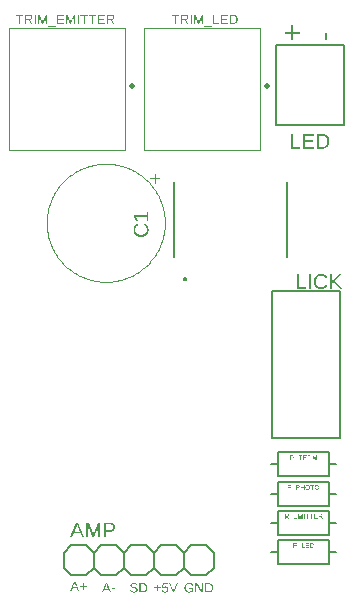
<source format=gbr>
G04 EAGLE Gerber RS-274X export*
G75*
%MOMM*%
%FSLAX34Y34*%
%LPD*%
%INSilkscreen Top*%
%IPPOS*%
%AMOC8*
5,1,8,0,0,1.08239X$1,22.5*%
G01*
G04 Define Apertures*
%ADD10C,0.152400*%
%ADD11C,0.500000*%
%ADD12C,0.120000*%
%ADD13C,0.127000*%
%ADD14C,0.200000*%
G36*
X280831Y528277D02*
X279040Y528277D01*
X279040Y533478D01*
X273789Y533478D01*
X273789Y535282D01*
X279040Y535282D01*
X279040Y540484D01*
X280831Y540484D01*
X280831Y535282D01*
X286082Y535282D01*
X286082Y533478D01*
X280831Y533478D01*
X280831Y528277D01*
G37*
G36*
X309268Y528166D02*
X307305Y528166D01*
X307305Y534300D01*
X309268Y534300D01*
X309268Y528166D01*
G37*
G36*
X93018Y61722D02*
X91909Y61722D01*
X95129Y69612D01*
X96344Y69612D01*
X99514Y61722D01*
X98422Y61722D01*
X97520Y64029D01*
X93925Y64029D01*
X93018Y61722D01*
G37*
%LPC*%
G36*
X97201Y64864D02*
X96187Y67468D01*
X96031Y67879D01*
X95874Y68341D01*
X95723Y68806D01*
X95672Y68649D01*
X95499Y68119D01*
X95258Y67456D01*
X94250Y64864D01*
X97201Y64864D01*
G37*
%LPD*%
G36*
X103269Y62730D02*
X102446Y62730D01*
X102446Y65127D01*
X100072Y65127D01*
X100072Y65944D01*
X102446Y65944D01*
X102446Y68341D01*
X103269Y68341D01*
X103269Y65944D01*
X105644Y65944D01*
X105644Y65127D01*
X103269Y65127D01*
X103269Y62730D01*
G37*
G36*
X119857Y60452D02*
X118748Y60452D01*
X121968Y68342D01*
X123183Y68342D01*
X126353Y60452D01*
X125261Y60452D01*
X124359Y62759D01*
X120764Y62759D01*
X119857Y60452D01*
G37*
%LPC*%
G36*
X124040Y63594D02*
X123027Y66198D01*
X122870Y66609D01*
X122713Y67071D01*
X122562Y67536D01*
X122511Y67379D01*
X122338Y66849D01*
X122097Y66186D01*
X121089Y63594D01*
X124040Y63594D01*
G37*
%LPD*%
G36*
X129660Y63050D02*
X126860Y63050D01*
X126860Y63946D01*
X129660Y63946D01*
X129660Y63050D01*
G37*
G36*
X153411Y60452D02*
X150460Y60452D01*
X150460Y68342D01*
X153070Y68342D01*
X153556Y68327D01*
X154015Y68280D01*
X154444Y68201D01*
X154845Y68091D01*
X155218Y67950D01*
X155562Y67777D01*
X155877Y67573D01*
X156164Y67337D01*
X156419Y67073D01*
X156640Y66782D01*
X156827Y66464D01*
X156980Y66120D01*
X157100Y65749D01*
X157185Y65352D01*
X157236Y64929D01*
X157253Y64478D01*
X157245Y64178D01*
X157223Y63887D01*
X157186Y63606D01*
X157134Y63334D01*
X157067Y63072D01*
X156985Y62819D01*
X156888Y62576D01*
X156777Y62342D01*
X156652Y62120D01*
X156514Y61911D01*
X156364Y61716D01*
X156201Y61533D01*
X156026Y61365D01*
X155839Y61210D01*
X155639Y61068D01*
X155427Y60939D01*
X155205Y60825D01*
X154974Y60726D01*
X154734Y60642D01*
X154486Y60574D01*
X154230Y60521D01*
X153966Y60482D01*
X153693Y60460D01*
X153411Y60452D01*
G37*
%LPC*%
G36*
X153288Y61309D02*
X153709Y61333D01*
X154103Y61404D01*
X154472Y61523D01*
X154814Y61690D01*
X155124Y61901D01*
X155396Y62154D01*
X155629Y62450D01*
X155825Y62787D01*
X155979Y63162D01*
X156089Y63568D01*
X156156Y64007D01*
X156178Y64478D01*
X156165Y64834D01*
X156127Y65168D01*
X156065Y65481D01*
X155977Y65771D01*
X155864Y66040D01*
X155726Y66287D01*
X155562Y66512D01*
X155374Y66716D01*
X155162Y66896D01*
X154927Y67052D01*
X154670Y67185D01*
X154390Y67293D01*
X154088Y67377D01*
X153764Y67437D01*
X153417Y67474D01*
X153047Y67486D01*
X151530Y67486D01*
X151530Y61309D01*
X153288Y61309D01*
G37*
%LPD*%
G36*
X145758Y60340D02*
X145407Y60348D01*
X145075Y60371D01*
X144762Y60411D01*
X144468Y60465D01*
X144192Y60536D01*
X143936Y60622D01*
X143699Y60724D01*
X143480Y60841D01*
X143281Y60974D01*
X143100Y61123D01*
X142939Y61288D01*
X142796Y61468D01*
X142672Y61663D01*
X142568Y61875D01*
X142482Y62102D01*
X142415Y62345D01*
X143451Y62552D01*
X143502Y62380D01*
X143566Y62220D01*
X143642Y62072D01*
X143731Y61935D01*
X143832Y61811D01*
X143947Y61698D01*
X144073Y61597D01*
X144213Y61508D01*
X144530Y61362D01*
X144900Y61258D01*
X145322Y61195D01*
X145797Y61174D01*
X146286Y61197D01*
X146715Y61263D01*
X146908Y61313D01*
X147085Y61374D01*
X147248Y61447D01*
X147396Y61530D01*
X147528Y61624D01*
X147642Y61729D01*
X147739Y61844D01*
X147818Y61969D01*
X147880Y62105D01*
X147924Y62251D01*
X147950Y62407D01*
X147959Y62574D01*
X147948Y62758D01*
X147915Y62924D01*
X147860Y63072D01*
X147783Y63202D01*
X147685Y63317D01*
X147570Y63421D01*
X147438Y63516D01*
X147287Y63599D01*
X146937Y63743D01*
X146525Y63862D01*
X145545Y64092D01*
X144723Y64299D01*
X144396Y64403D01*
X144126Y64506D01*
X143896Y64613D01*
X143692Y64725D01*
X143514Y64844D01*
X143361Y64968D01*
X143230Y65101D01*
X143114Y65245D01*
X143015Y65399D01*
X142933Y65565D01*
X142868Y65742D01*
X142822Y65932D01*
X142794Y66134D01*
X142785Y66349D01*
X142797Y66595D01*
X142833Y66827D01*
X142894Y67044D01*
X142978Y67246D01*
X143088Y67434D01*
X143221Y67608D01*
X143378Y67767D01*
X143560Y67911D01*
X143765Y68040D01*
X143990Y68151D01*
X144236Y68246D01*
X144503Y68323D01*
X144791Y68383D01*
X145100Y68426D01*
X145430Y68451D01*
X145781Y68460D01*
X146107Y68454D01*
X146413Y68434D01*
X146700Y68402D01*
X146966Y68357D01*
X147213Y68299D01*
X147441Y68228D01*
X147648Y68145D01*
X147836Y68048D01*
X148007Y67936D01*
X148165Y67806D01*
X148309Y67658D01*
X148441Y67492D01*
X148559Y67307D01*
X148663Y67105D01*
X148755Y66884D01*
X148833Y66646D01*
X147780Y66461D01*
X147673Y66753D01*
X147528Y67002D01*
X147343Y67208D01*
X147119Y67371D01*
X146852Y67494D01*
X146538Y67583D01*
X146177Y67636D01*
X145769Y67654D01*
X145324Y67634D01*
X144935Y67575D01*
X144602Y67477D01*
X144325Y67340D01*
X144208Y67257D01*
X144107Y67164D01*
X144021Y67061D01*
X143951Y66949D01*
X143896Y66828D01*
X143857Y66696D01*
X143834Y66555D01*
X143826Y66405D01*
X143838Y66231D01*
X143874Y66072D01*
X143935Y65930D01*
X144019Y65803D01*
X144127Y65688D01*
X144255Y65583D01*
X144405Y65487D01*
X144577Y65400D01*
X144804Y65312D01*
X145121Y65215D01*
X146027Y64994D01*
X146752Y64823D01*
X147106Y64728D01*
X147444Y64616D01*
X147764Y64485D01*
X148063Y64333D01*
X148332Y64152D01*
X148564Y63935D01*
X148753Y63679D01*
X148897Y63381D01*
X148950Y63214D01*
X148987Y63034D01*
X149010Y62839D01*
X149017Y62630D01*
X149004Y62365D01*
X148964Y62115D01*
X148897Y61881D01*
X148804Y61662D01*
X148684Y61458D01*
X148537Y61270D01*
X148364Y61097D01*
X148163Y60939D01*
X147939Y60799D01*
X147693Y60677D01*
X147425Y60574D01*
X147135Y60490D01*
X146824Y60424D01*
X146490Y60377D01*
X146135Y60349D01*
X145758Y60340D01*
G37*
G36*
X172142Y60340D02*
X171873Y60348D01*
X171617Y60370D01*
X171374Y60408D01*
X171145Y60460D01*
X170929Y60528D01*
X170727Y60611D01*
X170537Y60709D01*
X170361Y60822D01*
X170200Y60949D01*
X170054Y61089D01*
X169923Y61243D01*
X169808Y61411D01*
X169709Y61592D01*
X169625Y61787D01*
X169557Y61995D01*
X169504Y62216D01*
X170524Y62334D01*
X170619Y62059D01*
X170746Y61822D01*
X170904Y61620D01*
X171093Y61456D01*
X171314Y61328D01*
X171566Y61236D01*
X171850Y61181D01*
X172164Y61163D01*
X172362Y61171D01*
X172548Y61194D01*
X172724Y61232D01*
X172888Y61286D01*
X173042Y61355D01*
X173184Y61439D01*
X173315Y61538D01*
X173436Y61653D01*
X173543Y61781D01*
X173636Y61921D01*
X173715Y62072D01*
X173780Y62235D01*
X173830Y62409D01*
X173866Y62595D01*
X173888Y62792D01*
X173895Y63000D01*
X173888Y63182D01*
X173866Y63355D01*
X173830Y63518D01*
X173779Y63673D01*
X173714Y63819D01*
X173635Y63957D01*
X173541Y64085D01*
X173433Y64204D01*
X173312Y64312D01*
X173182Y64405D01*
X173041Y64484D01*
X172890Y64548D01*
X172730Y64599D01*
X172559Y64634D01*
X172378Y64656D01*
X172187Y64663D01*
X171986Y64655D01*
X171792Y64631D01*
X171605Y64591D01*
X171425Y64534D01*
X171249Y64459D01*
X171072Y64361D01*
X170896Y64240D01*
X170720Y64098D01*
X169734Y64098D01*
X169997Y68342D01*
X174483Y68342D01*
X174483Y67486D01*
X170916Y67486D01*
X170764Y64982D01*
X170933Y65101D01*
X171112Y65203D01*
X171301Y65290D01*
X171499Y65360D01*
X171708Y65416D01*
X171927Y65455D01*
X172155Y65479D01*
X172394Y65486D01*
X172678Y65476D01*
X172947Y65444D01*
X173201Y65390D01*
X173440Y65316D01*
X173665Y65220D01*
X173875Y65102D01*
X174070Y64963D01*
X174250Y64803D01*
X174412Y64626D01*
X174553Y64436D01*
X174672Y64233D01*
X174769Y64016D01*
X174845Y63787D01*
X174899Y63545D01*
X174931Y63290D01*
X174942Y63022D01*
X174930Y62719D01*
X174896Y62431D01*
X174838Y62161D01*
X174756Y61907D01*
X174652Y61669D01*
X174525Y61448D01*
X174374Y61244D01*
X174200Y61057D01*
X174006Y60889D01*
X173793Y60743D01*
X173563Y60620D01*
X173315Y60519D01*
X173048Y60441D01*
X172764Y60385D01*
X172462Y60351D01*
X172142Y60340D01*
G37*
G36*
X179799Y60452D02*
X178691Y60452D01*
X175471Y68342D01*
X176596Y68342D01*
X178780Y62787D01*
X179251Y61393D01*
X179721Y62787D01*
X181894Y68342D01*
X183019Y68342D01*
X179799Y60452D01*
G37*
G36*
X166115Y61460D02*
X165292Y61460D01*
X165292Y63857D01*
X162918Y63857D01*
X162918Y64674D01*
X165292Y64674D01*
X165292Y67071D01*
X166115Y67071D01*
X166115Y64674D01*
X168490Y64674D01*
X168490Y63857D01*
X166115Y63857D01*
X166115Y61460D01*
G37*
G36*
X208997Y60452D02*
X206046Y60452D01*
X206046Y68342D01*
X208655Y68342D01*
X209142Y68327D01*
X209601Y68280D01*
X210030Y68201D01*
X210431Y68091D01*
X210804Y67950D01*
X211148Y67777D01*
X211463Y67573D01*
X211749Y67337D01*
X212005Y67073D01*
X212226Y66782D01*
X212413Y66464D01*
X212566Y66120D01*
X212685Y65749D01*
X212771Y65352D01*
X212822Y64929D01*
X212839Y64478D01*
X212831Y64178D01*
X212809Y63887D01*
X212772Y63606D01*
X212720Y63334D01*
X212653Y63072D01*
X212571Y62819D01*
X212474Y62576D01*
X212363Y62342D01*
X212237Y62120D01*
X212100Y61911D01*
X211950Y61716D01*
X211787Y61533D01*
X211612Y61365D01*
X211425Y61210D01*
X211225Y61068D01*
X211013Y60939D01*
X210790Y60825D01*
X210559Y60726D01*
X210320Y60642D01*
X210072Y60574D01*
X209816Y60521D01*
X209551Y60482D01*
X209278Y60460D01*
X208997Y60452D01*
G37*
%LPC*%
G36*
X208874Y61309D02*
X209295Y61333D01*
X209689Y61404D01*
X210058Y61523D01*
X210400Y61690D01*
X210710Y61901D01*
X210982Y62154D01*
X211215Y62450D01*
X211411Y62787D01*
X211565Y63162D01*
X211675Y63568D01*
X211741Y64007D01*
X211763Y64478D01*
X211751Y64834D01*
X211713Y65168D01*
X211650Y65481D01*
X211563Y65771D01*
X211450Y66040D01*
X211311Y66287D01*
X211148Y66512D01*
X210960Y66716D01*
X210748Y66896D01*
X210513Y67052D01*
X210256Y67185D01*
X209976Y67293D01*
X209674Y67377D01*
X209350Y67437D01*
X209003Y67474D01*
X208633Y67486D01*
X207115Y67486D01*
X207115Y61309D01*
X208874Y61309D01*
G37*
%LPD*%
G36*
X198717Y60452D02*
X197765Y60452D01*
X197765Y68342D01*
X199008Y68342D01*
X203275Y61578D01*
X203225Y62524D01*
X203208Y63168D01*
X203208Y68342D01*
X204171Y68342D01*
X204171Y60452D01*
X202883Y60452D01*
X198661Y67172D01*
X198689Y66629D01*
X198717Y65694D01*
X198717Y60452D01*
G37*
G36*
X192470Y60340D02*
X192166Y60348D01*
X191873Y60371D01*
X191590Y60409D01*
X191318Y60463D01*
X191057Y60532D01*
X190806Y60617D01*
X190566Y60717D01*
X190337Y60833D01*
X190119Y60963D01*
X189915Y61106D01*
X189724Y61263D01*
X189546Y61434D01*
X189382Y61618D01*
X189231Y61816D01*
X189092Y62027D01*
X188968Y62252D01*
X188857Y62489D01*
X188761Y62736D01*
X188679Y62994D01*
X188613Y63261D01*
X188561Y63539D01*
X188524Y63827D01*
X188502Y64125D01*
X188494Y64434D01*
X188510Y64900D01*
X188559Y65340D01*
X188639Y65752D01*
X188752Y66137D01*
X188897Y66496D01*
X189074Y66827D01*
X189283Y67130D01*
X189525Y67407D01*
X189795Y67654D01*
X190092Y67868D01*
X190415Y68049D01*
X190764Y68197D01*
X191139Y68312D01*
X191540Y68394D01*
X191967Y68444D01*
X192420Y68460D01*
X192740Y68453D01*
X193044Y68432D01*
X193333Y68398D01*
X193607Y68349D01*
X193865Y68287D01*
X194108Y68211D01*
X194336Y68121D01*
X194548Y68018D01*
X194747Y67899D01*
X194933Y67763D01*
X195108Y67611D01*
X195272Y67442D01*
X195423Y67257D01*
X195563Y67055D01*
X195691Y66836D01*
X195808Y66601D01*
X194789Y66298D01*
X194605Y66612D01*
X194389Y66879D01*
X194141Y67102D01*
X193862Y67278D01*
X193549Y67413D01*
X193199Y67509D01*
X192814Y67567D01*
X192392Y67586D01*
X192060Y67573D01*
X191749Y67535D01*
X191458Y67470D01*
X191187Y67380D01*
X190936Y67264D01*
X190705Y67122D01*
X190494Y66954D01*
X190303Y66760D01*
X190134Y66543D01*
X189987Y66305D01*
X189863Y66046D01*
X189761Y65766D01*
X189682Y65464D01*
X189626Y65142D01*
X189592Y64798D01*
X189581Y64434D01*
X189593Y64070D01*
X189629Y63725D01*
X189689Y63401D01*
X189773Y63096D01*
X189880Y62811D01*
X190012Y62545D01*
X190168Y62299D01*
X190348Y62073D01*
X190549Y61870D01*
X190768Y61695D01*
X191006Y61546D01*
X191262Y61424D01*
X191537Y61330D01*
X191830Y61262D01*
X192141Y61222D01*
X192470Y61208D01*
X192850Y61223D01*
X193217Y61267D01*
X193571Y61340D01*
X193912Y61443D01*
X194231Y61571D01*
X194518Y61720D01*
X194773Y61890D01*
X194996Y62082D01*
X194996Y63504D01*
X192638Y63504D01*
X192638Y64400D01*
X195982Y64400D01*
X195982Y61678D01*
X195650Y61377D01*
X195284Y61112D01*
X194882Y60883D01*
X194444Y60690D01*
X193980Y60537D01*
X193496Y60428D01*
X192993Y60362D01*
X192470Y60340D01*
G37*
G36*
X305218Y436220D02*
X300602Y436220D01*
X300602Y448561D01*
X304684Y448561D01*
X305070Y448555D01*
X305445Y448536D01*
X305809Y448506D01*
X306162Y448463D01*
X306504Y448407D01*
X306834Y448340D01*
X307153Y448260D01*
X307461Y448168D01*
X307758Y448063D01*
X308044Y447947D01*
X308318Y447818D01*
X308582Y447676D01*
X308834Y447523D01*
X309075Y447357D01*
X309304Y447179D01*
X309523Y446989D01*
X309729Y446787D01*
X309922Y446575D01*
X310102Y446352D01*
X310268Y446120D01*
X310421Y445876D01*
X310561Y445623D01*
X310688Y445359D01*
X310801Y445085D01*
X310900Y444800D01*
X310987Y444505D01*
X311060Y444200D01*
X311120Y443884D01*
X311167Y443558D01*
X311200Y443221D01*
X311220Y442875D01*
X311227Y442517D01*
X311215Y442048D01*
X311180Y441593D01*
X311122Y441152D01*
X311040Y440727D01*
X310936Y440317D01*
X310808Y439922D01*
X310657Y439541D01*
X310482Y439176D01*
X310286Y438828D01*
X310071Y438502D01*
X309836Y438196D01*
X309582Y437911D01*
X309309Y437648D01*
X309016Y437405D01*
X308703Y437183D01*
X308371Y436982D01*
X308023Y436803D01*
X307662Y436649D01*
X307287Y436518D01*
X306900Y436410D01*
X306499Y436327D01*
X306085Y436268D01*
X305658Y436232D01*
X305218Y436220D01*
G37*
%LPC*%
G36*
X305025Y437560D02*
X305360Y437569D01*
X305684Y437597D01*
X305997Y437644D01*
X306301Y437709D01*
X306594Y437793D01*
X306877Y437895D01*
X307150Y438016D01*
X307412Y438156D01*
X307662Y438313D01*
X307897Y438486D01*
X308117Y438676D01*
X308322Y438883D01*
X308512Y439105D01*
X308687Y439345D01*
X308848Y439600D01*
X308993Y439872D01*
X309122Y440159D01*
X309234Y440458D01*
X309329Y440770D01*
X309407Y441094D01*
X309467Y441431D01*
X309510Y441781D01*
X309536Y442143D01*
X309545Y442517D01*
X309525Y443074D01*
X309466Y443597D01*
X309368Y444085D01*
X309231Y444540D01*
X309054Y444960D01*
X308838Y445346D01*
X308583Y445698D01*
X308288Y446016D01*
X307956Y446299D01*
X307589Y446543D01*
X307187Y446750D01*
X306750Y446920D01*
X306277Y447051D01*
X305770Y447145D01*
X305227Y447202D01*
X304649Y447221D01*
X302275Y447221D01*
X302275Y437560D01*
X305025Y437560D01*
G37*
%LPD*%
G36*
X298356Y436220D02*
X288634Y436220D01*
X288634Y448561D01*
X297997Y448561D01*
X297997Y447194D01*
X290307Y447194D01*
X290307Y443236D01*
X297471Y443236D01*
X297471Y441887D01*
X290307Y441887D01*
X290307Y437586D01*
X298356Y437586D01*
X298356Y436220D01*
G37*
G36*
X286574Y436220D02*
X278665Y436220D01*
X278665Y448561D01*
X280338Y448561D01*
X280338Y437586D01*
X286574Y437586D01*
X286574Y436220D01*
G37*
G36*
X313372Y317500D02*
X311699Y317500D01*
X311699Y329841D01*
X313372Y329841D01*
X313372Y323657D01*
X319319Y329841D01*
X321290Y329841D01*
X316035Y324481D01*
X321991Y317500D01*
X319915Y317500D01*
X314984Y323456D01*
X313372Y322230D01*
X313372Y317500D01*
G37*
G36*
X304187Y317325D02*
X303729Y317337D01*
X303286Y317373D01*
X302859Y317434D01*
X302448Y317519D01*
X302052Y317628D01*
X301672Y317761D01*
X301308Y317918D01*
X300960Y318100D01*
X300629Y318304D01*
X300319Y318529D01*
X300029Y318775D01*
X299760Y319042D01*
X299511Y319329D01*
X299281Y319637D01*
X299073Y319966D01*
X298884Y320316D01*
X298717Y320684D01*
X298572Y321069D01*
X298449Y321471D01*
X298349Y321889D01*
X298271Y322324D01*
X298215Y322775D01*
X298181Y323243D01*
X298170Y323727D01*
X298176Y324091D01*
X298195Y324445D01*
X298226Y324789D01*
X298270Y325123D01*
X298326Y325447D01*
X298394Y325761D01*
X298475Y326065D01*
X298569Y326359D01*
X298675Y326643D01*
X298793Y326917D01*
X299067Y327435D01*
X299391Y327914D01*
X299764Y328352D01*
X300182Y328744D01*
X300638Y329084D01*
X300880Y329234D01*
X301132Y329371D01*
X301394Y329495D01*
X301665Y329606D01*
X301946Y329705D01*
X302236Y329789D01*
X302536Y329861D01*
X302845Y329920D01*
X303164Y329966D01*
X303493Y329999D01*
X303831Y330018D01*
X304179Y330025D01*
X304661Y330013D01*
X305123Y329977D01*
X305565Y329916D01*
X305987Y329832D01*
X306389Y329724D01*
X306770Y329591D01*
X307131Y329435D01*
X307472Y329254D01*
X307791Y329050D01*
X308089Y328822D01*
X308365Y328571D01*
X308619Y328297D01*
X308851Y328000D01*
X309061Y327679D01*
X309250Y327335D01*
X309416Y326968D01*
X307831Y326442D01*
X307715Y326704D01*
X307584Y326949D01*
X307436Y327179D01*
X307271Y327393D01*
X307091Y327591D01*
X306894Y327773D01*
X306681Y327939D01*
X306451Y328089D01*
X306208Y328223D01*
X305954Y328338D01*
X305689Y328436D01*
X305412Y328516D01*
X305125Y328578D01*
X304826Y328623D01*
X304517Y328649D01*
X304196Y328658D01*
X303698Y328638D01*
X303228Y328576D01*
X302787Y328473D01*
X302374Y328329D01*
X301990Y328143D01*
X301634Y327917D01*
X301307Y327649D01*
X301008Y327340D01*
X300741Y326995D01*
X300510Y326620D01*
X300314Y326214D01*
X300154Y325778D01*
X300029Y325311D01*
X299940Y324814D01*
X299887Y324286D01*
X299869Y323727D01*
X299888Y323174D01*
X299944Y322649D01*
X300036Y322151D01*
X300166Y321681D01*
X300333Y321239D01*
X300537Y320825D01*
X300778Y320438D01*
X301056Y320079D01*
X301366Y319756D01*
X301702Y319476D01*
X302064Y319239D01*
X302452Y319045D01*
X302866Y318894D01*
X303307Y318786D01*
X303773Y318721D01*
X304266Y318700D01*
X304585Y318710D01*
X304894Y318740D01*
X305193Y318790D01*
X305482Y318860D01*
X305761Y318951D01*
X306029Y319061D01*
X306288Y319191D01*
X306537Y319341D01*
X306775Y319512D01*
X307004Y319702D01*
X307222Y319913D01*
X307431Y320143D01*
X307629Y320394D01*
X307817Y320665D01*
X307996Y320955D01*
X308164Y321266D01*
X309530Y320583D01*
X309330Y320196D01*
X309110Y319834D01*
X308872Y319495D01*
X308614Y319179D01*
X308336Y318888D01*
X308040Y318621D01*
X307724Y318377D01*
X307389Y318157D01*
X307037Y317962D01*
X306671Y317793D01*
X306292Y317650D01*
X305898Y317533D01*
X305491Y317442D01*
X305071Y317377D01*
X304636Y317338D01*
X304187Y317325D01*
G37*
G36*
X291702Y317500D02*
X283793Y317500D01*
X283793Y329841D01*
X285466Y329841D01*
X285466Y318866D01*
X291702Y318866D01*
X291702Y317500D01*
G37*
G36*
X295619Y317500D02*
X293946Y317500D01*
X293946Y329841D01*
X295619Y329841D01*
X295619Y317500D01*
G37*
G36*
X121842Y107063D02*
X120169Y107063D01*
X120169Y119404D01*
X125363Y119404D01*
X125867Y119389D01*
X126343Y119343D01*
X126788Y119267D01*
X127205Y119161D01*
X127592Y119024D01*
X127950Y118857D01*
X128278Y118659D01*
X128578Y118432D01*
X128844Y118176D01*
X129076Y117896D01*
X129271Y117590D01*
X129432Y117260D01*
X129556Y116905D01*
X129645Y116525D01*
X129698Y116120D01*
X129716Y115690D01*
X129698Y115263D01*
X129645Y114859D01*
X129555Y114477D01*
X129430Y114118D01*
X129270Y113781D01*
X129073Y113467D01*
X128841Y113174D01*
X128573Y112905D01*
X128275Y112663D01*
X127951Y112453D01*
X127601Y112275D01*
X127225Y112130D01*
X126825Y112017D01*
X126398Y111936D01*
X125946Y111888D01*
X125468Y111871D01*
X121842Y111871D01*
X121842Y107063D01*
G37*
%LPC*%
G36*
X125232Y113194D02*
X125571Y113204D01*
X125889Y113233D01*
X126184Y113281D01*
X126458Y113349D01*
X126710Y113436D01*
X126940Y113542D01*
X127148Y113668D01*
X127334Y113814D01*
X127498Y113978D01*
X127640Y114162D01*
X127761Y114365D01*
X127859Y114588D01*
X127936Y114830D01*
X127991Y115092D01*
X128024Y115372D01*
X128035Y115673D01*
X128023Y115962D01*
X127990Y116233D01*
X127934Y116485D01*
X127855Y116719D01*
X127754Y116934D01*
X127631Y117130D01*
X127485Y117307D01*
X127316Y117466D01*
X127126Y117606D01*
X126912Y117727D01*
X126677Y117830D01*
X126419Y117914D01*
X126138Y117980D01*
X125835Y118026D01*
X125510Y118054D01*
X125162Y118064D01*
X121842Y118064D01*
X121842Y113194D01*
X125232Y113194D01*
G37*
%LPD*%
G36*
X106721Y107063D02*
X105232Y107063D01*
X105232Y119404D01*
X107430Y119404D01*
X110715Y110847D01*
X110887Y110311D01*
X111052Y109739D01*
X111267Y108885D01*
X111375Y109326D01*
X111560Y109949D01*
X111747Y110530D01*
X111862Y110847D01*
X115085Y119404D01*
X117231Y119404D01*
X117231Y107063D01*
X115725Y107063D01*
X115725Y115296D01*
X115744Y116636D01*
X115803Y117924D01*
X115396Y116527D01*
X115209Y115956D01*
X115033Y115471D01*
X111845Y107063D01*
X110671Y107063D01*
X107439Y115471D01*
X106949Y116960D01*
X106660Y117924D01*
X106686Y116951D01*
X106721Y115296D01*
X106721Y107063D01*
G37*
G36*
X93592Y107063D02*
X91858Y107063D01*
X96894Y119404D01*
X98795Y119404D01*
X103752Y107063D01*
X102044Y107063D01*
X100634Y110671D01*
X95011Y110671D01*
X93592Y107063D01*
G37*
%LPC*%
G36*
X100135Y111976D02*
X98550Y116049D01*
X98304Y116693D01*
X98059Y117416D01*
X97823Y118142D01*
X97744Y117897D01*
X97472Y117067D01*
X97096Y116032D01*
X95519Y111976D01*
X100135Y111976D01*
G37*
%LPD*%
G36*
X229781Y541782D02*
X226830Y541782D01*
X226830Y549672D01*
X229439Y549672D01*
X229926Y549657D01*
X230385Y549610D01*
X230814Y549531D01*
X231215Y549421D01*
X231588Y549280D01*
X231932Y549107D01*
X232247Y548903D01*
X232533Y548667D01*
X232789Y548403D01*
X233010Y548112D01*
X233197Y547794D01*
X233350Y547450D01*
X233469Y547079D01*
X233555Y546682D01*
X233606Y546259D01*
X233623Y545808D01*
X233615Y545508D01*
X233593Y545217D01*
X233556Y544936D01*
X233504Y544664D01*
X233437Y544402D01*
X233355Y544149D01*
X233258Y543906D01*
X233147Y543672D01*
X233021Y543450D01*
X232884Y543241D01*
X232734Y543046D01*
X232571Y542863D01*
X232396Y542695D01*
X232209Y542540D01*
X232009Y542398D01*
X231797Y542269D01*
X231574Y542155D01*
X231343Y542056D01*
X231104Y541972D01*
X230856Y541904D01*
X230600Y541851D01*
X230335Y541812D01*
X230062Y541790D01*
X229781Y541782D01*
G37*
%LPC*%
G36*
X229658Y542639D02*
X230079Y542663D01*
X230473Y542734D01*
X230842Y542853D01*
X231184Y543020D01*
X231494Y543231D01*
X231766Y543484D01*
X231999Y543780D01*
X232195Y544117D01*
X232349Y544492D01*
X232459Y544898D01*
X232525Y545337D01*
X232547Y545808D01*
X232535Y546164D01*
X232497Y546498D01*
X232434Y546811D01*
X232347Y547101D01*
X232234Y547370D01*
X232095Y547617D01*
X231932Y547842D01*
X231744Y548046D01*
X231532Y548226D01*
X231297Y548382D01*
X231040Y548515D01*
X230760Y548623D01*
X230458Y548707D01*
X230134Y548767D01*
X229787Y548804D01*
X229417Y548816D01*
X227899Y548816D01*
X227899Y542639D01*
X229658Y542639D01*
G37*
%LPD*%
G36*
X186493Y541782D02*
X185424Y541782D01*
X185424Y549672D01*
X189136Y549672D01*
X189460Y549663D01*
X189765Y549635D01*
X190051Y549588D01*
X190317Y549523D01*
X190565Y549439D01*
X190794Y549337D01*
X191004Y549216D01*
X191194Y549076D01*
X191364Y548920D01*
X191512Y548749D01*
X191636Y548563D01*
X191738Y548363D01*
X191818Y548148D01*
X191874Y547918D01*
X191908Y547674D01*
X191920Y547416D01*
X191912Y547200D01*
X191888Y546993D01*
X191848Y546796D01*
X191792Y546606D01*
X191719Y546426D01*
X191631Y546254D01*
X191527Y546091D01*
X191407Y545937D01*
X191273Y545794D01*
X191127Y545665D01*
X190968Y545550D01*
X190897Y545508D01*
X190798Y545449D01*
X190615Y545361D01*
X190420Y545287D01*
X190213Y545227D01*
X189993Y545181D01*
X190947Y543734D01*
X192233Y541782D01*
X191001Y541782D01*
X188952Y545058D01*
X186493Y545058D01*
X186493Y541782D01*
G37*
%LPC*%
G36*
X189075Y545904D02*
X189280Y545910D01*
X189474Y545928D01*
X189655Y545959D01*
X189825Y546002D01*
X189982Y546058D01*
X190127Y546126D01*
X190261Y546206D01*
X190382Y546298D01*
X190491Y546402D01*
X190585Y546516D01*
X190664Y546639D01*
X190729Y546772D01*
X190779Y546915D01*
X190816Y547069D01*
X190837Y547232D01*
X190844Y547404D01*
X190837Y547571D01*
X190815Y547728D01*
X190779Y547875D01*
X190728Y548011D01*
X190662Y548137D01*
X190581Y548253D01*
X190486Y548359D01*
X190377Y548454D01*
X190253Y548539D01*
X190117Y548612D01*
X189806Y548725D01*
X189444Y548793D01*
X189030Y548816D01*
X186493Y548816D01*
X186493Y545904D01*
X189075Y545904D01*
G37*
%LPD*%
G36*
X197844Y541782D02*
X196892Y541782D01*
X196892Y549672D01*
X198298Y549672D01*
X200398Y544201D01*
X200614Y543493D01*
X200751Y542947D01*
X200820Y543229D01*
X200938Y543627D01*
X201132Y544201D01*
X203192Y549672D01*
X204564Y549672D01*
X204564Y541782D01*
X203601Y541782D01*
X203601Y547046D01*
X203614Y547903D01*
X203652Y548726D01*
X203391Y547833D01*
X203159Y547158D01*
X201120Y541782D01*
X200370Y541782D01*
X198304Y547158D01*
X197990Y548110D01*
X197805Y548726D01*
X197822Y548104D01*
X197844Y547046D01*
X197844Y541782D01*
G37*
G36*
X225421Y541782D02*
X219205Y541782D01*
X219205Y549672D01*
X225191Y549672D01*
X225191Y548799D01*
X220274Y548799D01*
X220274Y546268D01*
X224855Y546268D01*
X224855Y545405D01*
X220274Y545405D01*
X220274Y542656D01*
X225421Y542656D01*
X225421Y541782D01*
G37*
G36*
X181515Y541782D02*
X180451Y541782D01*
X180451Y548799D01*
X177740Y548799D01*
X177740Y549672D01*
X184225Y549672D01*
X184225Y548799D01*
X181515Y548799D01*
X181515Y541782D01*
G37*
G36*
X217855Y541782D02*
X212799Y541782D01*
X212799Y549672D01*
X213868Y549672D01*
X213868Y542656D01*
X217855Y542656D01*
X217855Y541782D01*
G37*
G36*
X194892Y541782D02*
X193822Y541782D01*
X193822Y549672D01*
X194892Y549672D01*
X194892Y541782D01*
G37*
G36*
X211990Y539503D02*
X205309Y539503D01*
X205309Y540231D01*
X211990Y540231D01*
X211990Y539503D01*
G37*
G36*
X54372Y541782D02*
X53303Y541782D01*
X53303Y549672D01*
X57016Y549672D01*
X57339Y549663D01*
X57644Y549635D01*
X57930Y549588D01*
X58197Y549523D01*
X58444Y549439D01*
X58673Y549337D01*
X58883Y549216D01*
X59074Y549076D01*
X59244Y548920D01*
X59391Y548749D01*
X59516Y548563D01*
X59618Y548363D01*
X59697Y548148D01*
X59754Y547918D01*
X59788Y547674D01*
X59799Y547416D01*
X59791Y547200D01*
X59767Y546993D01*
X59727Y546796D01*
X59671Y546606D01*
X59599Y546426D01*
X59511Y546254D01*
X59407Y546091D01*
X59286Y545937D01*
X59152Y545794D01*
X59006Y545665D01*
X58847Y545550D01*
X58777Y545508D01*
X58677Y545449D01*
X58494Y545361D01*
X58299Y545287D01*
X58092Y545227D01*
X57872Y545181D01*
X58826Y543734D01*
X60112Y541782D01*
X58880Y541782D01*
X56831Y545058D01*
X54372Y545058D01*
X54372Y541782D01*
G37*
%LPC*%
G36*
X56954Y545904D02*
X57159Y545910D01*
X57353Y545928D01*
X57534Y545959D01*
X57704Y546002D01*
X57861Y546058D01*
X58007Y546126D01*
X58140Y546206D01*
X58262Y546298D01*
X58370Y546402D01*
X58464Y546516D01*
X58543Y546639D01*
X58608Y546772D01*
X58659Y546915D01*
X58695Y547069D01*
X58716Y547232D01*
X58724Y547404D01*
X58716Y547571D01*
X58694Y547728D01*
X58658Y547875D01*
X58607Y548011D01*
X58541Y548137D01*
X58461Y548253D01*
X58366Y548359D01*
X58256Y548454D01*
X58133Y548539D01*
X57997Y548612D01*
X57686Y548725D01*
X57323Y548793D01*
X56909Y548816D01*
X54372Y548816D01*
X54372Y545904D01*
X56954Y545904D01*
G37*
%LPD*%
G36*
X123810Y541782D02*
X122740Y541782D01*
X122740Y549672D01*
X126453Y549672D01*
X126777Y549663D01*
X127082Y549635D01*
X127367Y549588D01*
X127634Y549523D01*
X127882Y549439D01*
X128111Y549337D01*
X128320Y549216D01*
X128511Y549076D01*
X128681Y548920D01*
X128828Y548749D01*
X128953Y548563D01*
X129055Y548363D01*
X129134Y548148D01*
X129191Y547918D01*
X129225Y547674D01*
X129236Y547416D01*
X129228Y547200D01*
X129204Y546993D01*
X129164Y546796D01*
X129108Y546606D01*
X129036Y546426D01*
X128948Y546254D01*
X128844Y546091D01*
X128724Y545937D01*
X128590Y545794D01*
X128443Y545665D01*
X128285Y545550D01*
X128214Y545508D01*
X128114Y545449D01*
X127931Y545361D01*
X127736Y545287D01*
X127529Y545227D01*
X127310Y545181D01*
X128264Y543734D01*
X129550Y541782D01*
X128318Y541782D01*
X126268Y545058D01*
X123810Y545058D01*
X123810Y541782D01*
G37*
%LPC*%
G36*
X126392Y545904D02*
X126597Y545910D01*
X126790Y545928D01*
X126972Y545959D01*
X127141Y546002D01*
X127299Y546058D01*
X127444Y546126D01*
X127578Y546206D01*
X127699Y546298D01*
X127807Y546402D01*
X127901Y546516D01*
X127981Y546639D01*
X128046Y546772D01*
X128096Y546915D01*
X128132Y547069D01*
X128154Y547232D01*
X128161Y547404D01*
X128154Y547571D01*
X128132Y547728D01*
X128095Y547875D01*
X128044Y548011D01*
X127979Y548137D01*
X127898Y548253D01*
X127803Y548359D01*
X127694Y548454D01*
X127570Y548539D01*
X127434Y548612D01*
X127123Y548725D01*
X126761Y548793D01*
X126347Y548816D01*
X123810Y548816D01*
X123810Y545904D01*
X126392Y545904D01*
G37*
%LPD*%
G36*
X65724Y541782D02*
X64772Y541782D01*
X64772Y549672D01*
X66177Y549672D01*
X68277Y544201D01*
X68493Y543493D01*
X68630Y542947D01*
X68699Y543229D01*
X68818Y543627D01*
X69011Y544201D01*
X71072Y549672D01*
X72444Y549672D01*
X72444Y541782D01*
X71480Y541782D01*
X71480Y547046D01*
X71493Y547903D01*
X71531Y548726D01*
X71270Y547833D01*
X71038Y547158D01*
X69000Y541782D01*
X68249Y541782D01*
X66183Y547158D01*
X65869Y548110D01*
X65684Y548726D01*
X65701Y548104D01*
X65724Y547046D01*
X65724Y541782D01*
G37*
G36*
X89286Y541782D02*
X88334Y541782D01*
X88334Y549672D01*
X89740Y549672D01*
X91840Y544201D01*
X92055Y543493D01*
X92193Y542947D01*
X92262Y543229D01*
X92380Y543627D01*
X92573Y544201D01*
X94634Y549672D01*
X96006Y549672D01*
X96006Y541782D01*
X95043Y541782D01*
X95043Y547046D01*
X95056Y547903D01*
X95093Y548726D01*
X94833Y547833D01*
X94601Y547158D01*
X92562Y541782D01*
X91812Y541782D01*
X89745Y547158D01*
X89432Y548110D01*
X89247Y548726D01*
X89264Y548104D01*
X89286Y547046D01*
X89286Y541782D01*
G37*
G36*
X86894Y541782D02*
X80678Y541782D01*
X80678Y549672D01*
X86664Y549672D01*
X86664Y548799D01*
X81747Y548799D01*
X81747Y546268D01*
X86328Y546268D01*
X86328Y545405D01*
X81747Y545405D01*
X81747Y542656D01*
X86894Y542656D01*
X86894Y541782D01*
G37*
G36*
X121300Y541782D02*
X115084Y541782D01*
X115084Y549672D01*
X121071Y549672D01*
X121071Y548799D01*
X116154Y548799D01*
X116154Y546268D01*
X120735Y546268D01*
X120735Y545405D01*
X116154Y545405D01*
X116154Y542656D01*
X121300Y542656D01*
X121300Y541782D01*
G37*
G36*
X49394Y541782D02*
X48330Y541782D01*
X48330Y548799D01*
X45620Y548799D01*
X45620Y549672D01*
X52104Y549672D01*
X52104Y548799D01*
X49394Y548799D01*
X49394Y541782D01*
G37*
G36*
X104175Y541782D02*
X103111Y541782D01*
X103111Y548799D01*
X100401Y548799D01*
X100401Y549672D01*
X106886Y549672D01*
X106886Y548799D01*
X104175Y548799D01*
X104175Y541782D01*
G37*
G36*
X111175Y541782D02*
X110111Y541782D01*
X110111Y548799D01*
X107401Y548799D01*
X107401Y549672D01*
X113886Y549672D01*
X113886Y548799D01*
X111175Y548799D01*
X111175Y541782D01*
G37*
G36*
X62771Y541782D02*
X61702Y541782D01*
X61702Y549672D01*
X62771Y549672D01*
X62771Y541782D01*
G37*
G36*
X99084Y541782D02*
X98014Y541782D01*
X98014Y549672D01*
X99084Y549672D01*
X99084Y541782D01*
G37*
G36*
X79869Y539503D02*
X73188Y539503D01*
X73188Y540231D01*
X79869Y540231D01*
X79869Y539503D01*
G37*
G36*
X296565Y98132D02*
X295093Y98132D01*
X295093Y102066D01*
X296395Y102066D01*
X296637Y102059D01*
X296866Y102035D01*
X297080Y101996D01*
X297280Y101941D01*
X297466Y101871D01*
X297637Y101784D01*
X297794Y101683D01*
X297937Y101565D01*
X298065Y101433D01*
X298175Y101288D01*
X298268Y101130D01*
X298345Y100958D01*
X298404Y100773D01*
X298447Y100575D01*
X298472Y100364D01*
X298480Y100140D01*
X298466Y99845D01*
X298421Y99569D01*
X298347Y99312D01*
X298243Y99074D01*
X298112Y98859D01*
X297956Y98671D01*
X297776Y98510D01*
X297570Y98375D01*
X297344Y98269D01*
X297101Y98193D01*
X296841Y98147D01*
X296565Y98132D01*
G37*
%LPC*%
G36*
X296503Y98559D02*
X296713Y98571D01*
X296910Y98607D01*
X297094Y98666D01*
X297264Y98749D01*
X297419Y98855D01*
X297554Y98981D01*
X297671Y99128D01*
X297768Y99296D01*
X297845Y99483D01*
X297900Y99686D01*
X297933Y99905D01*
X297944Y100140D01*
X297938Y100317D01*
X297919Y100484D01*
X297888Y100640D01*
X297844Y100784D01*
X297788Y100918D01*
X297719Y101042D01*
X297638Y101154D01*
X297544Y101255D01*
X297321Y101423D01*
X297193Y101489D01*
X297053Y101543D01*
X296903Y101585D01*
X296741Y101615D01*
X296568Y101633D01*
X296383Y101639D01*
X295627Y101639D01*
X295627Y98559D01*
X296503Y98559D01*
G37*
%LPD*%
G36*
X281345Y98132D02*
X280812Y98132D01*
X280812Y102066D01*
X282663Y102066D01*
X282977Y102048D01*
X283252Y101992D01*
X283490Y101899D01*
X283690Y101769D01*
X283848Y101606D01*
X283961Y101413D01*
X284029Y101192D01*
X284051Y100941D01*
X284035Y100731D01*
X283987Y100538D01*
X283908Y100362D01*
X283796Y100204D01*
X283656Y100068D01*
X283541Y99993D01*
X283492Y99960D01*
X283303Y99880D01*
X283091Y99827D01*
X283566Y99105D01*
X284208Y98132D01*
X283593Y98132D01*
X282571Y99766D01*
X281345Y99766D01*
X281345Y98132D01*
G37*
%LPC*%
G36*
X282633Y100187D02*
X282832Y100199D01*
X283007Y100236D01*
X283158Y100298D01*
X283285Y100384D01*
X283386Y100492D01*
X283457Y100620D01*
X283501Y100768D01*
X283515Y100936D01*
X283501Y101097D01*
X283457Y101238D01*
X283384Y101359D01*
X283282Y101459D01*
X283153Y101538D01*
X282997Y101594D01*
X282817Y101628D01*
X282610Y101639D01*
X281345Y101639D01*
X281345Y100187D01*
X282633Y100187D01*
G37*
%LPD*%
G36*
X294380Y98132D02*
X291281Y98132D01*
X291281Y102066D01*
X294266Y102066D01*
X294266Y101631D01*
X291814Y101631D01*
X291814Y100369D01*
X294098Y100369D01*
X294098Y99939D01*
X291814Y99939D01*
X291814Y98568D01*
X294380Y98568D01*
X294380Y98132D01*
G37*
G36*
X290615Y98132D02*
X288093Y98132D01*
X288093Y102066D01*
X288627Y102066D01*
X288627Y98568D01*
X290615Y98568D01*
X290615Y98132D01*
G37*
G36*
X287713Y96996D02*
X284381Y96996D01*
X284381Y97359D01*
X287713Y97359D01*
X287713Y96996D01*
G37*
G36*
X274359Y122946D02*
X273826Y122946D01*
X273826Y126880D01*
X275677Y126880D01*
X275991Y126862D01*
X276266Y126806D01*
X276504Y126713D01*
X276704Y126583D01*
X276862Y126420D01*
X276975Y126227D01*
X277043Y126006D01*
X277065Y125755D01*
X277049Y125545D01*
X277001Y125352D01*
X276921Y125176D01*
X276810Y125018D01*
X276670Y124882D01*
X276555Y124807D01*
X276506Y124774D01*
X276317Y124694D01*
X276105Y124641D01*
X276580Y123919D01*
X277221Y122946D01*
X276607Y122946D01*
X275585Y124580D01*
X274359Y124580D01*
X274359Y122946D01*
G37*
%LPC*%
G36*
X275647Y125001D02*
X275845Y125013D01*
X276020Y125050D01*
X276171Y125112D01*
X276299Y125198D01*
X276399Y125306D01*
X276471Y125434D01*
X276515Y125582D01*
X276529Y125750D01*
X276514Y125911D01*
X276471Y126052D01*
X276398Y126173D01*
X276296Y126273D01*
X276166Y126352D01*
X276011Y126408D01*
X275831Y126442D01*
X275624Y126453D01*
X274359Y126453D01*
X274359Y125001D01*
X275647Y125001D01*
G37*
%LPD*%
G36*
X302609Y122946D02*
X302076Y122946D01*
X302076Y126880D01*
X303927Y126880D01*
X304241Y126862D01*
X304516Y126806D01*
X304754Y126713D01*
X304954Y126583D01*
X305112Y126420D01*
X305225Y126227D01*
X305293Y126006D01*
X305315Y125755D01*
X305299Y125545D01*
X305251Y125352D01*
X305171Y125176D01*
X305060Y125018D01*
X304920Y124882D01*
X304805Y124807D01*
X304756Y124774D01*
X304567Y124694D01*
X304355Y124641D01*
X304830Y123919D01*
X305471Y122946D01*
X304857Y122946D01*
X303835Y124580D01*
X302609Y124580D01*
X302609Y122946D01*
G37*
%LPC*%
G36*
X303897Y125001D02*
X304095Y125013D01*
X304270Y125050D01*
X304421Y125112D01*
X304549Y125198D01*
X304649Y125306D01*
X304721Y125434D01*
X304765Y125582D01*
X304779Y125750D01*
X304764Y125911D01*
X304721Y126052D01*
X304648Y126173D01*
X304546Y126273D01*
X304416Y126352D01*
X304261Y126408D01*
X304081Y126442D01*
X303874Y126453D01*
X302609Y126453D01*
X302609Y125001D01*
X303897Y125001D01*
G37*
%LPD*%
G36*
X285394Y122946D02*
X284920Y122946D01*
X284920Y126880D01*
X285621Y126880D01*
X286668Y124152D01*
X286775Y123799D01*
X286844Y123527D01*
X286937Y123866D01*
X287034Y124152D01*
X288061Y126880D01*
X288745Y126880D01*
X288745Y122946D01*
X288265Y122946D01*
X288265Y125571D01*
X288271Y125998D01*
X288290Y126409D01*
X288160Y125963D01*
X288044Y125627D01*
X287028Y122946D01*
X286654Y122946D01*
X285623Y125627D01*
X285467Y126101D01*
X285375Y126409D01*
X285383Y126099D01*
X285394Y125571D01*
X285394Y122946D01*
G37*
G36*
X284207Y122946D02*
X281107Y122946D01*
X281107Y126880D01*
X284092Y126880D01*
X284092Y126445D01*
X281641Y126445D01*
X281641Y125183D01*
X283925Y125183D01*
X283925Y124753D01*
X281641Y124753D01*
X281641Y123382D01*
X284207Y123382D01*
X284207Y122946D01*
G37*
G36*
X301363Y122946D02*
X298263Y122946D01*
X298263Y126880D01*
X301249Y126880D01*
X301249Y126445D01*
X298797Y126445D01*
X298797Y125183D01*
X301081Y125183D01*
X301081Y124753D01*
X298797Y124753D01*
X298797Y123382D01*
X301363Y123382D01*
X301363Y122946D01*
G37*
G36*
X292836Y122946D02*
X292306Y122946D01*
X292306Y126445D01*
X290954Y126445D01*
X290954Y126880D01*
X294188Y126880D01*
X294188Y126445D01*
X292836Y126445D01*
X292836Y122946D01*
G37*
G36*
X296336Y122946D02*
X295806Y122946D01*
X295806Y126445D01*
X294454Y126445D01*
X294454Y126880D01*
X297688Y126880D01*
X297688Y126445D01*
X296336Y126445D01*
X296336Y122946D01*
G37*
G36*
X290293Y122946D02*
X289760Y122946D01*
X289760Y126880D01*
X290293Y126880D01*
X290293Y122946D01*
G37*
G36*
X280727Y121810D02*
X277395Y121810D01*
X277395Y122173D01*
X280727Y122173D01*
X280727Y121810D01*
G37*
G36*
X292908Y147372D02*
X292616Y147388D01*
X292344Y147434D01*
X292093Y147510D01*
X291863Y147618D01*
X291656Y147754D01*
X291475Y147918D01*
X291320Y148110D01*
X291191Y148329D01*
X291090Y148571D01*
X291017Y148832D01*
X290974Y149113D01*
X290959Y149413D01*
X290967Y149643D01*
X290992Y149860D01*
X291032Y150063D01*
X291088Y150254D01*
X291161Y150432D01*
X291250Y150597D01*
X291355Y150750D01*
X291476Y150889D01*
X291611Y151014D01*
X291760Y151122D01*
X291920Y151213D01*
X292094Y151288D01*
X292280Y151346D01*
X292479Y151388D01*
X292690Y151413D01*
X292914Y151421D01*
X293204Y151406D01*
X293475Y151361D01*
X293725Y151287D01*
X293956Y151182D01*
X294163Y151049D01*
X294345Y150889D01*
X294500Y150702D01*
X294630Y150488D01*
X294732Y150251D01*
X294805Y149992D01*
X294848Y149713D01*
X294863Y149413D01*
X294848Y149114D01*
X294804Y148835D01*
X294730Y148574D01*
X294627Y148333D01*
X294496Y148114D01*
X294340Y147923D01*
X294158Y147758D01*
X293950Y147621D01*
X293719Y147512D01*
X293469Y147434D01*
X293199Y147388D01*
X292908Y147372D01*
G37*
%LPC*%
G36*
X292908Y147805D02*
X293074Y147812D01*
X293229Y147831D01*
X293375Y147864D01*
X293510Y147910D01*
X293636Y147969D01*
X293752Y148041D01*
X293954Y148225D01*
X294114Y148457D01*
X294227Y148732D01*
X294296Y149051D01*
X294319Y149413D01*
X294296Y149761D01*
X294227Y150069D01*
X294112Y150337D01*
X293951Y150567D01*
X293749Y150750D01*
X293633Y150822D01*
X293508Y150881D01*
X293374Y150927D01*
X293230Y150959D01*
X293077Y150979D01*
X292914Y150985D01*
X292750Y150979D01*
X292595Y150960D01*
X292450Y150927D01*
X292315Y150882D01*
X292189Y150824D01*
X292073Y150753D01*
X291870Y150572D01*
X291708Y150345D01*
X291593Y150076D01*
X291524Y149765D01*
X291501Y149413D01*
X291524Y149062D01*
X291594Y148750D01*
X291711Y148475D01*
X291874Y148239D01*
X292078Y148049D01*
X292194Y147975D01*
X292319Y147914D01*
X292453Y147866D01*
X292596Y147832D01*
X292747Y147812D01*
X292908Y147805D01*
G37*
%LPD*%
G36*
X300721Y147372D02*
X300428Y147388D01*
X300156Y147434D01*
X299905Y147510D01*
X299675Y147618D01*
X299468Y147754D01*
X299287Y147918D01*
X299132Y148110D01*
X299004Y148329D01*
X298902Y148571D01*
X298830Y148832D01*
X298786Y149113D01*
X298772Y149413D01*
X298780Y149643D01*
X298804Y149860D01*
X298844Y150063D01*
X298901Y150254D01*
X298974Y150432D01*
X299062Y150597D01*
X299167Y150750D01*
X299288Y150889D01*
X299424Y151014D01*
X299572Y151122D01*
X299733Y151213D01*
X299906Y151288D01*
X300092Y151346D01*
X300291Y151388D01*
X300502Y151413D01*
X300726Y151421D01*
X301017Y151406D01*
X301287Y151361D01*
X301537Y151287D01*
X301768Y151182D01*
X301976Y151049D01*
X302157Y150889D01*
X302313Y150702D01*
X302442Y150488D01*
X302544Y150251D01*
X302617Y149992D01*
X302661Y149713D01*
X302676Y149413D01*
X302661Y149114D01*
X302617Y148835D01*
X302543Y148574D01*
X302440Y148333D01*
X302309Y148114D01*
X302152Y147923D01*
X301970Y147758D01*
X301762Y147621D01*
X301532Y147512D01*
X301281Y147434D01*
X301011Y147388D01*
X300721Y147372D01*
G37*
%LPC*%
G36*
X300721Y147805D02*
X300886Y147812D01*
X301042Y147831D01*
X301187Y147864D01*
X301323Y147910D01*
X301449Y147969D01*
X301565Y148041D01*
X301767Y148225D01*
X301926Y148457D01*
X302040Y148732D01*
X302108Y149051D01*
X302131Y149413D01*
X302108Y149761D01*
X302039Y150069D01*
X301924Y150337D01*
X301764Y150567D01*
X301561Y150750D01*
X301446Y150822D01*
X301321Y150881D01*
X301186Y150927D01*
X301043Y150959D01*
X300889Y150979D01*
X300726Y150985D01*
X300562Y150979D01*
X300408Y150960D01*
X300263Y150927D01*
X300128Y150882D01*
X300002Y150824D01*
X299886Y150753D01*
X299682Y150572D01*
X299521Y150345D01*
X299406Y150076D01*
X299337Y149765D01*
X299314Y149413D01*
X299337Y149062D01*
X299407Y148750D01*
X299523Y148475D01*
X299686Y148239D01*
X299891Y148049D01*
X300007Y147975D01*
X300131Y147914D01*
X300265Y147866D01*
X300408Y147832D01*
X300560Y147812D01*
X300721Y147805D01*
G37*
%LPD*%
G36*
X276441Y147428D02*
X275908Y147428D01*
X275908Y151362D01*
X277759Y151362D01*
X278072Y151344D01*
X278348Y151288D01*
X278585Y151195D01*
X278785Y151065D01*
X278943Y150902D01*
X279056Y150709D01*
X279124Y150488D01*
X279147Y150237D01*
X279131Y150027D01*
X279083Y149834D01*
X279003Y149658D01*
X278891Y149500D01*
X278751Y149364D01*
X278637Y149289D01*
X278587Y149256D01*
X278399Y149176D01*
X278186Y149123D01*
X278662Y148401D01*
X279303Y147428D01*
X278689Y147428D01*
X277667Y149062D01*
X276441Y149062D01*
X276441Y147428D01*
G37*
%LPC*%
G36*
X277728Y149483D02*
X277927Y149495D01*
X278102Y149532D01*
X278253Y149594D01*
X278380Y149680D01*
X278481Y149788D01*
X278553Y149916D01*
X278596Y150064D01*
X278611Y150232D01*
X278596Y150393D01*
X278552Y150534D01*
X278479Y150655D01*
X278377Y150755D01*
X278248Y150834D01*
X278093Y150890D01*
X277912Y150924D01*
X277706Y150935D01*
X276441Y150935D01*
X276441Y149483D01*
X277728Y149483D01*
G37*
%LPD*%
G36*
X283722Y147428D02*
X283189Y147428D01*
X283189Y151362D01*
X284845Y151362D01*
X285157Y151343D01*
X285432Y151285D01*
X285669Y151188D01*
X285869Y151052D01*
X286028Y150882D01*
X286142Y150679D01*
X286210Y150445D01*
X286233Y150178D01*
X286210Y149914D01*
X286141Y149677D01*
X286028Y149470D01*
X285868Y149291D01*
X285670Y149146D01*
X285438Y149043D01*
X285175Y148982D01*
X284878Y148961D01*
X283722Y148961D01*
X283722Y147428D01*
G37*
%LPC*%
G36*
X284803Y149383D02*
X285012Y149395D01*
X285194Y149432D01*
X285347Y149494D01*
X285473Y149580D01*
X285571Y149691D01*
X285641Y149827D01*
X285682Y149988D01*
X285696Y150173D01*
X285682Y150352D01*
X285639Y150506D01*
X285568Y150637D01*
X285467Y150745D01*
X285339Y150828D01*
X285181Y150888D01*
X284995Y150923D01*
X284780Y150935D01*
X283722Y150935D01*
X283722Y149383D01*
X284803Y149383D01*
G37*
%LPD*%
G36*
X287535Y147428D02*
X287001Y147428D01*
X287001Y151362D01*
X287535Y151362D01*
X287535Y149698D01*
X289662Y149698D01*
X289662Y151362D01*
X290196Y151362D01*
X290196Y147428D01*
X289662Y147428D01*
X289662Y149251D01*
X287535Y149251D01*
X287535Y147428D01*
G37*
G36*
X297136Y147428D02*
X296606Y147428D01*
X296606Y150927D01*
X295254Y150927D01*
X295254Y151362D01*
X298488Y151362D01*
X298488Y150927D01*
X297136Y150927D01*
X297136Y147428D01*
G37*
G36*
X282808Y146292D02*
X279477Y146292D01*
X279477Y146655D01*
X282808Y146655D01*
X282808Y146292D01*
G37*
G36*
X151723Y361556D02*
X151359Y361563D01*
X151005Y361581D01*
X150661Y361612D01*
X150327Y361656D01*
X150003Y361712D01*
X149689Y361780D01*
X149385Y361861D01*
X149091Y361955D01*
X148807Y362061D01*
X148533Y362179D01*
X148015Y362453D01*
X147536Y362777D01*
X147098Y363150D01*
X146706Y363568D01*
X146366Y364024D01*
X146216Y364266D01*
X146079Y364518D01*
X145955Y364780D01*
X145844Y365051D01*
X145746Y365332D01*
X145661Y365622D01*
X145589Y365922D01*
X145530Y366231D01*
X145484Y366550D01*
X145451Y366879D01*
X145432Y367217D01*
X145425Y367565D01*
X145437Y368047D01*
X145473Y368509D01*
X145534Y368952D01*
X145618Y369373D01*
X145726Y369775D01*
X145859Y370156D01*
X146015Y370517D01*
X146196Y370858D01*
X146400Y371178D01*
X146628Y371475D01*
X146879Y371751D01*
X147153Y372005D01*
X147450Y372237D01*
X147771Y372448D01*
X148115Y372636D01*
X148482Y372802D01*
X149008Y371217D01*
X148746Y371102D01*
X148501Y370970D01*
X148271Y370822D01*
X148057Y370658D01*
X147859Y370477D01*
X147677Y370280D01*
X147511Y370067D01*
X147361Y369837D01*
X147228Y369594D01*
X147112Y369340D01*
X147014Y369075D01*
X146934Y368799D01*
X146872Y368511D01*
X146827Y368213D01*
X146801Y367903D01*
X146792Y367582D01*
X146812Y367084D01*
X146874Y366614D01*
X146977Y366173D01*
X147121Y365760D01*
X147307Y365376D01*
X147533Y365020D01*
X147801Y364693D01*
X148110Y364394D01*
X148455Y364127D01*
X148830Y363896D01*
X149236Y363700D01*
X149672Y363540D01*
X150139Y363416D01*
X150636Y363327D01*
X151164Y363273D01*
X151723Y363255D01*
X152276Y363274D01*
X152801Y363330D01*
X153299Y363422D01*
X153769Y363552D01*
X154211Y363719D01*
X154625Y363923D01*
X155012Y364164D01*
X155371Y364442D01*
X155694Y364752D01*
X155974Y365088D01*
X156211Y365450D01*
X156405Y365838D01*
X156556Y366252D01*
X156664Y366693D01*
X156729Y367160D01*
X156750Y367652D01*
X156740Y367971D01*
X156710Y368280D01*
X156660Y368579D01*
X156590Y368868D01*
X156499Y369147D01*
X156389Y369416D01*
X156259Y369674D01*
X156109Y369923D01*
X155938Y370161D01*
X155748Y370390D01*
X155537Y370608D01*
X155307Y370817D01*
X155056Y371015D01*
X154785Y371203D01*
X154495Y371382D01*
X154184Y371550D01*
X154867Y372916D01*
X155254Y372716D01*
X155616Y372497D01*
X155955Y372258D01*
X156271Y372000D01*
X156562Y371722D01*
X156829Y371426D01*
X157073Y371110D01*
X157293Y370775D01*
X157488Y370423D01*
X157657Y370057D01*
X157800Y369678D01*
X157917Y369285D01*
X158008Y368878D01*
X158073Y368457D01*
X158112Y368022D01*
X158125Y367573D01*
X158113Y367115D01*
X158077Y366672D01*
X158016Y366245D01*
X157931Y365834D01*
X157822Y365438D01*
X157689Y365058D01*
X157532Y364694D01*
X157350Y364346D01*
X157146Y364016D01*
X156921Y363705D01*
X156675Y363416D01*
X156409Y363146D01*
X156121Y362897D01*
X155813Y362668D01*
X155484Y362459D01*
X155134Y362270D01*
X154766Y362103D01*
X154381Y361958D01*
X153979Y361835D01*
X153561Y361735D01*
X153126Y361657D01*
X152675Y361601D01*
X152207Y361567D01*
X151723Y361556D01*
G37*
G36*
X157950Y374949D02*
X156610Y374949D01*
X156610Y378094D01*
X147116Y378094D01*
X149104Y375308D01*
X147615Y375308D01*
X145609Y378225D01*
X145609Y379679D01*
X156610Y379679D01*
X156610Y382683D01*
X157950Y382683D01*
X157950Y374949D01*
G37*
G36*
X278807Y172476D02*
X278274Y172476D01*
X278274Y176410D01*
X280125Y176410D01*
X280438Y176392D01*
X280714Y176336D01*
X280952Y176243D01*
X281151Y176113D01*
X281310Y175950D01*
X281423Y175757D01*
X281490Y175536D01*
X281513Y175285D01*
X281497Y175075D01*
X281449Y174882D01*
X281369Y174706D01*
X281257Y174548D01*
X281118Y174412D01*
X281003Y174337D01*
X280953Y174304D01*
X280765Y174224D01*
X280552Y174171D01*
X281028Y173449D01*
X281669Y172476D01*
X281055Y172476D01*
X280033Y174110D01*
X278807Y174110D01*
X278807Y172476D01*
G37*
%LPC*%
G36*
X280094Y174531D02*
X280293Y174543D01*
X280468Y174580D01*
X280619Y174642D01*
X280746Y174728D01*
X280847Y174836D01*
X280919Y174964D01*
X280962Y175112D01*
X280977Y175280D01*
X280962Y175441D01*
X280918Y175582D01*
X280846Y175703D01*
X280744Y175803D01*
X280614Y175882D01*
X280459Y175938D01*
X280278Y175972D01*
X280072Y175983D01*
X278807Y175983D01*
X278807Y174531D01*
X280094Y174531D01*
G37*
%LPD*%
G36*
X293401Y172476D02*
X292868Y172476D01*
X292868Y176410D01*
X294719Y176410D01*
X295032Y176392D01*
X295308Y176336D01*
X295545Y176243D01*
X295745Y176113D01*
X295903Y175950D01*
X296016Y175757D01*
X296084Y175536D01*
X296107Y175285D01*
X296091Y175075D01*
X296043Y174882D01*
X295963Y174706D01*
X295851Y174548D01*
X295711Y174412D01*
X295597Y174337D01*
X295547Y174304D01*
X295359Y174224D01*
X295146Y174171D01*
X295622Y173449D01*
X296263Y172476D01*
X295649Y172476D01*
X294627Y174110D01*
X293401Y174110D01*
X293401Y172476D01*
G37*
%LPC*%
G36*
X294688Y174531D02*
X294887Y174543D01*
X295062Y174580D01*
X295213Y174642D01*
X295340Y174728D01*
X295441Y174836D01*
X295513Y174964D01*
X295556Y175112D01*
X295571Y175280D01*
X295556Y175441D01*
X295512Y175582D01*
X295439Y175703D01*
X295337Y175803D01*
X295208Y175882D01*
X295053Y175938D01*
X294872Y175972D01*
X294666Y175983D01*
X293401Y175983D01*
X293401Y174531D01*
X294688Y174531D01*
G37*
%LPD*%
G36*
X297467Y172476D02*
X296993Y172476D01*
X296993Y176410D01*
X297693Y176410D01*
X298741Y173682D01*
X298848Y173329D01*
X298916Y173057D01*
X299010Y173396D01*
X299106Y173682D01*
X300134Y176410D01*
X300818Y176410D01*
X300818Y172476D01*
X300338Y172476D01*
X300338Y175101D01*
X300344Y175528D01*
X300363Y175939D01*
X300233Y175493D01*
X300117Y175157D01*
X299101Y172476D01*
X298727Y172476D01*
X297696Y175157D01*
X297540Y175631D01*
X297448Y175939D01*
X297456Y175629D01*
X297467Y175101D01*
X297467Y172476D01*
G37*
G36*
X292155Y172476D02*
X289055Y172476D01*
X289055Y176410D01*
X292040Y176410D01*
X292040Y175975D01*
X289588Y175975D01*
X289588Y174713D01*
X291873Y174713D01*
X291873Y174283D01*
X289588Y174283D01*
X289588Y172912D01*
X292155Y172912D01*
X292155Y172476D01*
G37*
G36*
X287096Y172476D02*
X286566Y172476D01*
X286566Y175975D01*
X285214Y175975D01*
X285214Y176410D01*
X288448Y176410D01*
X288448Y175975D01*
X287096Y175975D01*
X287096Y172476D01*
G37*
G36*
X285174Y171340D02*
X281843Y171340D01*
X281843Y171703D01*
X285174Y171703D01*
X285174Y171340D01*
G37*
D10*
X265690Y456220D02*
X265690Y524220D01*
X323590Y524220D01*
X323590Y456220D01*
X265690Y456220D01*
X320250Y315330D02*
X320250Y191330D01*
X262750Y191330D02*
X262750Y315330D01*
X320250Y315330D01*
X320250Y191330D02*
X262750Y191330D01*
X130685Y74805D02*
X117985Y74805D01*
X111635Y81155D01*
X111635Y93855D01*
X117985Y100205D01*
X156085Y74805D02*
X162435Y81155D01*
X156085Y74805D02*
X143385Y74805D01*
X137035Y81155D01*
X137035Y93855D01*
X143385Y100205D01*
X156085Y100205D01*
X162435Y93855D01*
X137035Y81155D02*
X130685Y74805D01*
X137035Y93855D02*
X130685Y100205D01*
X117985Y100205D01*
X194185Y74805D02*
X206885Y74805D01*
X194185Y74805D02*
X187835Y81155D01*
X187835Y93855D01*
X194185Y100205D01*
X187835Y81155D02*
X181485Y74805D01*
X168785Y74805D01*
X162435Y81155D01*
X162435Y93855D01*
X168785Y100205D01*
X181485Y100205D01*
X187835Y93855D01*
X213235Y93855D02*
X213235Y81155D01*
X206885Y74805D01*
X213235Y93855D02*
X206885Y100205D01*
X194185Y100205D01*
X105285Y74805D02*
X92585Y74805D01*
X86235Y81155D01*
X86235Y93855D01*
X92585Y100205D01*
X111635Y81155D02*
X105285Y74805D01*
X111635Y93855D02*
X105285Y100205D01*
X92585Y100205D01*
D11*
X258600Y488950D03*
D12*
X252200Y538200D02*
X154400Y538200D01*
X252200Y538200D02*
X252200Y435400D01*
X154400Y435400D01*
X154400Y538200D01*
D11*
X144300Y488950D03*
D12*
X137900Y538200D02*
X40100Y538200D01*
X137900Y538200D02*
X137900Y435400D01*
X40100Y435400D01*
X40100Y538200D01*
D13*
X267960Y104482D02*
X267960Y84182D01*
X311160Y84182D01*
X311160Y104482D01*
X267960Y104482D01*
X267960Y94332D02*
X262200Y94332D01*
X311160Y94332D02*
X316920Y94332D01*
X311160Y109230D02*
X311160Y129530D01*
X267960Y129530D01*
X267960Y109230D01*
X311160Y109230D01*
X311160Y119380D02*
X316920Y119380D01*
X267960Y119380D02*
X262200Y119380D01*
X310808Y133712D02*
X310808Y154012D01*
X267608Y154012D01*
X267608Y133712D01*
X310808Y133712D01*
X310808Y143862D02*
X316568Y143862D01*
X267608Y143862D02*
X261848Y143862D01*
D12*
X71920Y373380D02*
X71935Y374607D01*
X71980Y375833D01*
X72055Y377058D01*
X72161Y378281D01*
X72296Y379501D01*
X72461Y380717D01*
X72656Y381928D01*
X72881Y383135D01*
X73135Y384335D01*
X73418Y385529D01*
X73731Y386716D01*
X74073Y387894D01*
X74444Y389064D01*
X74843Y390224D01*
X75270Y391375D01*
X75726Y392514D01*
X76210Y393642D01*
X76721Y394758D01*
X77259Y395861D01*
X77824Y396950D01*
X78416Y398025D01*
X79034Y399085D01*
X79677Y400130D01*
X80347Y401159D01*
X81041Y402170D01*
X81760Y403165D01*
X82503Y404142D01*
X83269Y405100D01*
X84060Y406039D01*
X84872Y406958D01*
X85708Y407857D01*
X86565Y408735D01*
X87443Y409592D01*
X88342Y410428D01*
X89261Y411240D01*
X90200Y412031D01*
X91158Y412797D01*
X92135Y413540D01*
X93130Y414259D01*
X94141Y414953D01*
X95170Y415623D01*
X96215Y416266D01*
X97275Y416884D01*
X98350Y417476D01*
X99439Y418041D01*
X100542Y418579D01*
X101658Y419090D01*
X102786Y419574D01*
X103925Y420030D01*
X105076Y420457D01*
X106236Y420856D01*
X107406Y421227D01*
X108584Y421569D01*
X109771Y421882D01*
X110965Y422165D01*
X112165Y422419D01*
X113372Y422644D01*
X114583Y422839D01*
X115799Y423004D01*
X117019Y423139D01*
X118242Y423245D01*
X119467Y423320D01*
X120693Y423365D01*
X121920Y423380D01*
X123147Y423365D01*
X124373Y423320D01*
X125598Y423245D01*
X126821Y423139D01*
X128041Y423004D01*
X129257Y422839D01*
X130468Y422644D01*
X131675Y422419D01*
X132875Y422165D01*
X134069Y421882D01*
X135256Y421569D01*
X136434Y421227D01*
X137604Y420856D01*
X138764Y420457D01*
X139915Y420030D01*
X141054Y419574D01*
X142182Y419090D01*
X143298Y418579D01*
X144401Y418041D01*
X145490Y417476D01*
X146565Y416884D01*
X147625Y416266D01*
X148670Y415623D01*
X149699Y414953D01*
X150710Y414259D01*
X151705Y413540D01*
X152682Y412797D01*
X153640Y412031D01*
X154579Y411240D01*
X155498Y410428D01*
X156397Y409592D01*
X157275Y408735D01*
X158132Y407857D01*
X158968Y406958D01*
X159780Y406039D01*
X160571Y405100D01*
X161337Y404142D01*
X162080Y403165D01*
X162799Y402170D01*
X163493Y401159D01*
X164163Y400130D01*
X164806Y399085D01*
X165424Y398025D01*
X166016Y396950D01*
X166581Y395861D01*
X167119Y394758D01*
X167630Y393642D01*
X168114Y392514D01*
X168570Y391375D01*
X168997Y390224D01*
X169396Y389064D01*
X169767Y387894D01*
X170109Y386716D01*
X170422Y385529D01*
X170705Y384335D01*
X170959Y383135D01*
X171184Y381928D01*
X171379Y380717D01*
X171544Y379501D01*
X171679Y378281D01*
X171785Y377058D01*
X171860Y375833D01*
X171905Y374607D01*
X171920Y373380D01*
X171905Y372153D01*
X171860Y370927D01*
X171785Y369702D01*
X171679Y368479D01*
X171544Y367259D01*
X171379Y366043D01*
X171184Y364832D01*
X170959Y363625D01*
X170705Y362425D01*
X170422Y361231D01*
X170109Y360044D01*
X169767Y358866D01*
X169396Y357696D01*
X168997Y356536D01*
X168570Y355385D01*
X168114Y354246D01*
X167630Y353118D01*
X167119Y352002D01*
X166581Y350899D01*
X166016Y349810D01*
X165424Y348735D01*
X164806Y347675D01*
X164163Y346630D01*
X163493Y345601D01*
X162799Y344590D01*
X162080Y343595D01*
X161337Y342618D01*
X160571Y341660D01*
X159780Y340721D01*
X158968Y339802D01*
X158132Y338903D01*
X157275Y338025D01*
X156397Y337168D01*
X155498Y336332D01*
X154579Y335520D01*
X153640Y334729D01*
X152682Y333963D01*
X151705Y333220D01*
X150710Y332501D01*
X149699Y331807D01*
X148670Y331137D01*
X147625Y330494D01*
X146565Y329876D01*
X145490Y329284D01*
X144401Y328719D01*
X143298Y328181D01*
X142182Y327670D01*
X141054Y327186D01*
X139915Y326730D01*
X138764Y326303D01*
X137604Y325904D01*
X136434Y325533D01*
X135256Y325191D01*
X134069Y324878D01*
X132875Y324595D01*
X131675Y324341D01*
X130468Y324116D01*
X129257Y323921D01*
X128041Y323756D01*
X126821Y323621D01*
X125598Y323515D01*
X124373Y323440D01*
X123147Y323395D01*
X121920Y323380D01*
X120693Y323395D01*
X119467Y323440D01*
X118242Y323515D01*
X117019Y323621D01*
X115799Y323756D01*
X114583Y323921D01*
X113372Y324116D01*
X112165Y324341D01*
X110965Y324595D01*
X109771Y324878D01*
X108584Y325191D01*
X107406Y325533D01*
X106236Y325904D01*
X105076Y326303D01*
X103925Y326730D01*
X102786Y327186D01*
X101658Y327670D01*
X100542Y328181D01*
X99439Y328719D01*
X98350Y329284D01*
X97275Y329876D01*
X96215Y330494D01*
X95170Y331137D01*
X94141Y331807D01*
X93130Y332501D01*
X92135Y333220D01*
X91158Y333963D01*
X90200Y334729D01*
X89261Y335520D01*
X88342Y336332D01*
X87443Y337168D01*
X86565Y338025D01*
X85708Y338903D01*
X84872Y339802D01*
X84060Y340721D01*
X83269Y341660D01*
X82503Y342618D01*
X81760Y343595D01*
X81041Y344590D01*
X80347Y345601D01*
X79677Y346630D01*
X79034Y347675D01*
X78416Y348735D01*
X77824Y349810D01*
X77259Y350899D01*
X76721Y352002D01*
X76210Y353118D01*
X75726Y354246D01*
X75270Y355385D01*
X74843Y356536D01*
X74444Y357696D01*
X74073Y358866D01*
X73731Y360044D01*
X73418Y361231D01*
X73135Y362425D01*
X72881Y363625D01*
X72656Y364832D01*
X72461Y366043D01*
X72296Y367259D01*
X72161Y368479D01*
X72055Y369702D01*
X71980Y370927D01*
X71935Y372153D01*
X71920Y373380D01*
X163246Y407205D02*
X163246Y414705D01*
X166996Y410955D02*
X159496Y410955D01*
D13*
X311160Y179060D02*
X311160Y158760D01*
X311160Y179060D02*
X267960Y179060D01*
X267960Y158760D01*
X311160Y158760D01*
X311160Y168910D02*
X316920Y168910D01*
X267960Y168910D02*
X262200Y168910D01*
D14*
X188230Y325570D02*
X188232Y325633D01*
X188238Y325695D01*
X188248Y325757D01*
X188261Y325819D01*
X188279Y325879D01*
X188300Y325938D01*
X188325Y325996D01*
X188354Y326052D01*
X188386Y326106D01*
X188421Y326158D01*
X188459Y326207D01*
X188501Y326255D01*
X188545Y326299D01*
X188593Y326341D01*
X188642Y326379D01*
X188694Y326414D01*
X188748Y326446D01*
X188804Y326475D01*
X188862Y326500D01*
X188921Y326521D01*
X188981Y326539D01*
X189043Y326552D01*
X189105Y326562D01*
X189167Y326568D01*
X189230Y326570D01*
X189293Y326568D01*
X189355Y326562D01*
X189417Y326552D01*
X189479Y326539D01*
X189539Y326521D01*
X189598Y326500D01*
X189656Y326475D01*
X189712Y326446D01*
X189766Y326414D01*
X189818Y326379D01*
X189867Y326341D01*
X189915Y326299D01*
X189959Y326255D01*
X190001Y326207D01*
X190039Y326158D01*
X190074Y326106D01*
X190106Y326052D01*
X190135Y325996D01*
X190160Y325938D01*
X190181Y325879D01*
X190199Y325819D01*
X190212Y325757D01*
X190222Y325695D01*
X190228Y325633D01*
X190230Y325570D01*
X190228Y325507D01*
X190222Y325445D01*
X190212Y325383D01*
X190199Y325321D01*
X190181Y325261D01*
X190160Y325202D01*
X190135Y325144D01*
X190106Y325088D01*
X190074Y325034D01*
X190039Y324982D01*
X190001Y324933D01*
X189959Y324885D01*
X189915Y324841D01*
X189867Y324799D01*
X189818Y324761D01*
X189766Y324726D01*
X189712Y324694D01*
X189656Y324665D01*
X189598Y324640D01*
X189539Y324619D01*
X189479Y324601D01*
X189417Y324588D01*
X189355Y324578D01*
X189293Y324572D01*
X189230Y324570D01*
X189167Y324572D01*
X189105Y324578D01*
X189043Y324588D01*
X188981Y324601D01*
X188921Y324619D01*
X188862Y324640D01*
X188804Y324665D01*
X188748Y324694D01*
X188694Y324726D01*
X188642Y324761D01*
X188593Y324799D01*
X188545Y324841D01*
X188501Y324885D01*
X188459Y324933D01*
X188421Y324982D01*
X188386Y325034D01*
X188354Y325088D01*
X188325Y325144D01*
X188300Y325202D01*
X188279Y325261D01*
X188261Y325321D01*
X188248Y325383D01*
X188238Y325445D01*
X188232Y325507D01*
X188230Y325570D01*
D13*
X179380Y344170D02*
X179380Y407670D01*
X275280Y407670D02*
X275280Y344170D01*
M02*

</source>
